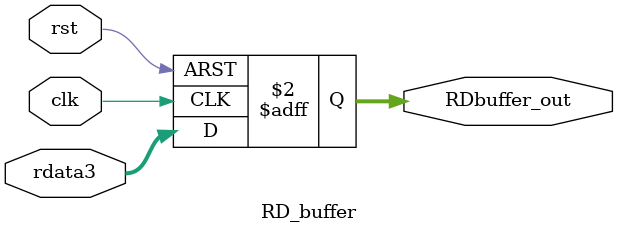
<source format=sv>
/*
 * Author: A.G. Hasan Zarook
 * University: University of Engineering and Technology, Lahore
 * Project: RISCV Pipeline Architecture
 * Date: 11th December 2024
 */
module RD_buffer
(
    input  logic        clk,
    input  logic        rst,
    input  logic [31:0] rdata3,       // Input from Fetch stage
    output logic [31:0] RDbuffer_out       // Output to Execute stage
);
    always_ff @(posedge clk or posedge rst)
    begin
        if (rst)
            RDbuffer_out <= 32'b0;         // Reset value
        else
            RDbuffer_out <= rdata3;         // Pass PC to Execute stage
    end
endmodule
</source>
